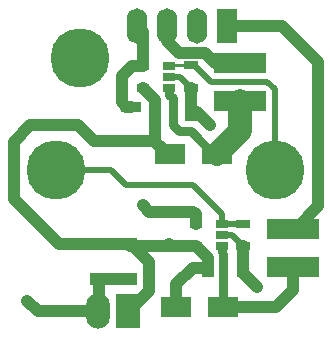
<source format=gbr>
G04 #@! TF.FileFunction,Copper,L1,Top,Signal*
%FSLAX46Y46*%
G04 Gerber Fmt 4.6, Leading zero omitted, Abs format (unit mm)*
G04 Created by KiCad (PCBNEW 4.0.2-stable) date 3/13/2016 5:29:00 PM*
%MOMM*%
G01*
G04 APERTURE LIST*
%ADD10C,0.100000*%
%ADD11R,4.500000X1.750000*%
%ADD12R,1.000000X1.600000*%
%ADD13R,1.600000X1.000000*%
%ADD14R,1.727200X3.000000*%
%ADD15O,1.727200X3.000000*%
%ADD16R,2.032000X3.000000*%
%ADD17O,2.032000X3.000000*%
%ADD18R,1.700000X0.900000*%
%ADD19R,1.300000X0.700000*%
%ADD20R,1.060000X0.650000*%
%ADD21C,5.000000*%
%ADD22R,2.499360X1.800860*%
%ADD23C,1.000000*%
%ADD24C,1.000000*%
%ADD25C,0.500000*%
%ADD26C,0.750000*%
%ADD27C,2.000000*%
%ADD28C,0.250000*%
G04 APERTURE END LIST*
D10*
D11*
X160320000Y-66938000D03*
X160320000Y-70188000D03*
X164765000Y-81009000D03*
X164765000Y-84259000D03*
D12*
X157550000Y-84285000D03*
X160550000Y-84285000D03*
X153105000Y-71077000D03*
X156105000Y-71077000D03*
D13*
X150795000Y-82277000D03*
X150795000Y-85277000D03*
X148382000Y-82277000D03*
X148382000Y-85277000D03*
D14*
X159200000Y-63800000D03*
D15*
X156660000Y-63800000D03*
X154120000Y-63800000D03*
X151580000Y-63800000D03*
D16*
X150795000Y-87968000D03*
D17*
X148255000Y-87968000D03*
D18*
X154478000Y-79533000D03*
X154478000Y-82433000D03*
X151049000Y-70643000D03*
X151049000Y-73543000D03*
D19*
X160574000Y-80541000D03*
X160574000Y-82441000D03*
X156129000Y-67145000D03*
X156129000Y-69045000D03*
D20*
X158753000Y-82441000D03*
X158753000Y-81491000D03*
X158753000Y-80541000D03*
X156553000Y-80541000D03*
X156553000Y-82441000D03*
X154308000Y-69106000D03*
X154308000Y-68156000D03*
X154308000Y-67206000D03*
X152108000Y-67206000D03*
X152108000Y-69106000D03*
D21*
X144750000Y-76000000D03*
X163250000Y-76000000D03*
X146750000Y-66500000D03*
D22*
X154892020Y-87587000D03*
X158889980Y-87587000D03*
X154384020Y-74633000D03*
X158381980Y-74633000D03*
D23*
X142286000Y-87079000D03*
X161717000Y-85936000D03*
X157780000Y-72220000D03*
X152065000Y-78970000D03*
D24*
X143175000Y-87968000D02*
X148255000Y-87968000D01*
X143175000Y-87968000D02*
X142286000Y-87079000D01*
X148382000Y-85277000D02*
X148382000Y-87841000D01*
X148382000Y-87841000D02*
X148255000Y-87968000D01*
X150795000Y-85277000D02*
X148382000Y-85277000D01*
X160550000Y-84769000D02*
X161717000Y-85936000D01*
X160550000Y-84285000D02*
X160550000Y-84769000D01*
D25*
X158753000Y-81491000D02*
X159624000Y-81491000D01*
X159624000Y-81491000D02*
X160574000Y-82441000D01*
D24*
X160574000Y-82441000D02*
X160574000Y-84261000D01*
X160574000Y-84261000D02*
X160550000Y-84285000D01*
X156637000Y-71077000D02*
X157780000Y-72220000D01*
X156105000Y-71077000D02*
X156637000Y-71077000D01*
X156129000Y-69045000D02*
X156129000Y-71053000D01*
X156129000Y-71053000D02*
X156105000Y-71077000D01*
D25*
X154308000Y-68156000D02*
X155240000Y-68156000D01*
X155240000Y-68156000D02*
X156129000Y-69045000D01*
D24*
X154478000Y-82433000D02*
X150951000Y-82433000D01*
X150951000Y-82433000D02*
X150795000Y-82277000D01*
X148382000Y-82277000D02*
X144977000Y-82277000D01*
X144977000Y-82277000D02*
X141143000Y-78443000D01*
X146604000Y-72220000D02*
X147927000Y-73543000D01*
X147927000Y-73543000D02*
X151049000Y-73543000D01*
X142540000Y-72220000D02*
X146604000Y-72220000D01*
X141143000Y-73617000D02*
X142540000Y-72220000D01*
X141143000Y-78443000D02*
X141143000Y-73617000D01*
X148382000Y-82277000D02*
X148082000Y-82277000D01*
X148082000Y-82277000D02*
X148058000Y-82253000D01*
X154322000Y-82277000D02*
X154478000Y-82433000D01*
X150795000Y-87968000D02*
X150922000Y-87968000D01*
X150922000Y-87968000D02*
X152595000Y-86295000D01*
X152595000Y-86295000D02*
X152595000Y-83777000D01*
X152595000Y-83777000D02*
X151095000Y-82277000D01*
X151095000Y-82277000D02*
X150795000Y-82277000D01*
X148382000Y-82277000D02*
X150795000Y-82277000D01*
X156553000Y-82441000D02*
X154486000Y-82441000D01*
X154486000Y-82441000D02*
X154478000Y-82433000D01*
X157550000Y-84285000D02*
X157550000Y-83438000D01*
X157550000Y-83438000D02*
X156553000Y-82441000D01*
X156293590Y-84285000D02*
X157550000Y-84285000D01*
X154892020Y-87587000D02*
X154892020Y-85686570D01*
X154892020Y-85686570D02*
X156293590Y-84285000D01*
X151049000Y-73543000D02*
X153040020Y-73543000D01*
X153040020Y-73543000D02*
X153749020Y-74252000D01*
X153105000Y-71077000D02*
X153105000Y-73607980D01*
X153105000Y-73607980D02*
X153749020Y-74252000D01*
X152108000Y-69106000D02*
X153105000Y-70103000D01*
X153105000Y-70103000D02*
X153105000Y-71077000D01*
X158889980Y-87587000D02*
X163312000Y-87587000D01*
X163312000Y-87587000D02*
X164765000Y-86134000D01*
X164765000Y-86134000D02*
X164765000Y-84259000D01*
D26*
X158889980Y-83108980D02*
X158889980Y-87587000D01*
X158753000Y-82972000D02*
X158889980Y-83108980D01*
X158753000Y-82441000D02*
X158753000Y-82972000D01*
X156127730Y-72728000D02*
X158032730Y-74633000D01*
X158032730Y-74633000D02*
X158381980Y-74633000D01*
X155113000Y-72728000D02*
X156127730Y-72728000D01*
X154605000Y-72220000D02*
X155113000Y-72728000D01*
X154605000Y-69934000D02*
X154605000Y-72220000D01*
X154308000Y-69637000D02*
X154605000Y-69934000D01*
X154308000Y-69106000D02*
X154308000Y-69637000D01*
D27*
X158381980Y-74633000D02*
X160320000Y-72694980D01*
X160320000Y-72694980D02*
X160320000Y-70188000D01*
D24*
X164765000Y-81009000D02*
X164993000Y-81009000D01*
X164993000Y-81009000D02*
X166924000Y-79078000D01*
X166924000Y-79078000D02*
X166924000Y-66886000D01*
X166924000Y-66886000D02*
X163838000Y-63800000D01*
X163838000Y-63800000D02*
X159200000Y-63800000D01*
X154478000Y-79533000D02*
X152628000Y-79533000D01*
X152628000Y-79533000D02*
X152065000Y-78970000D01*
X156553000Y-80541000D02*
X156553000Y-79758000D01*
X156553000Y-79758000D02*
X156328000Y-79533000D01*
X156328000Y-79533000D02*
X154478000Y-79533000D01*
D25*
X150668000Y-77300000D02*
X149368000Y-76000000D01*
X149368000Y-76000000D02*
X144750000Y-76000000D01*
X156337000Y-77300000D02*
X150668000Y-77300000D01*
X158753000Y-80541000D02*
X158753000Y-79716000D01*
X158753000Y-79716000D02*
X156337000Y-77300000D01*
X160574000Y-80541000D02*
X158753000Y-80541000D01*
X162606000Y-68537000D02*
X163250000Y-69181000D01*
X163250000Y-69181000D02*
X163250000Y-76000000D01*
X157821000Y-68537000D02*
X162606000Y-68537000D01*
X156429000Y-67145000D02*
X157821000Y-68537000D01*
D28*
X156429000Y-67145000D02*
X156129000Y-67145000D01*
X156129000Y-67145000D02*
X154369000Y-67145000D01*
X154369000Y-67145000D02*
X154308000Y-67206000D01*
D24*
X157339001Y-66094999D02*
X155142001Y-66094999D01*
X155142001Y-66094999D02*
X154120000Y-65072998D01*
X154120000Y-65072998D02*
X154120000Y-63800000D01*
X160320000Y-66938000D02*
X158182002Y-66938000D01*
X158182002Y-66938000D02*
X157339001Y-66094999D01*
X160320000Y-66938000D02*
X160014000Y-66632000D01*
X152108000Y-67206000D02*
X152108000Y-64328000D01*
X152108000Y-64328000D02*
X151580000Y-63800000D01*
X151049000Y-70643000D02*
X150649000Y-70643000D01*
X150649000Y-70643000D02*
X150287000Y-70281000D01*
X150287000Y-70281000D02*
X150287000Y-68029000D01*
X150287000Y-68029000D02*
X151110000Y-67206000D01*
X151110000Y-67206000D02*
X152108000Y-67206000D01*
X151843000Y-64063000D02*
X151580000Y-63800000D01*
M02*

</source>
